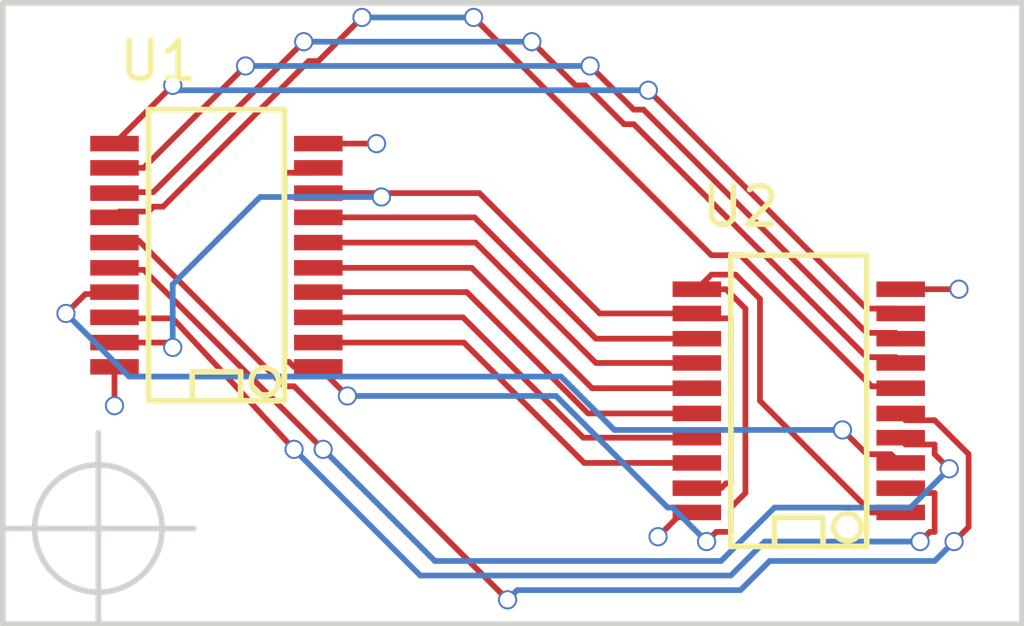
<source format=kicad_pcb>
(kicad_pcb (version 4) (host pcbnew 0.201512080931+6353~38~ubuntu14.04.1-stable)

  (general
    (links 22)
    (no_connects 0)
    (area 128.956999 90.662999 155.777001 107.263001)
    (thickness 1.6)
    (drawings 5)
    (tracks 180)
    (zones 0)
    (modules 2)
    (nets 19)
  )

  (page A4)
  (title_block
    (title test4)
  )

  (layers
    (0 F.Cu signal)
    (1 In1.Cu power)
    (2 In2.Cu power)
    (31 B.Cu signal)
    (32 B.Adhes user)
    (33 F.Adhes user)
    (34 B.Paste user)
    (35 F.Paste user)
    (36 B.SilkS user)
    (37 F.SilkS user)
    (38 B.Mask user)
    (39 F.Mask user)
    (40 Dwgs.User user)
    (41 Cmts.User user)
    (42 Eco1.User user)
    (43 Eco2.User user)
    (44 Edge.Cuts user)
    (45 Margin user)
    (46 B.CrtYd user)
    (47 F.CrtYd user)
    (48 B.Fab user)
    (49 F.Fab user)
  )

  (setup
    (last_trace_width 0.15)
    (trace_clearance 0.15)
    (zone_clearance 0.508)
    (zone_45_only yes)
    (trace_min 0.15)
    (segment_width 0.2)
    (edge_width 0.15)
    (via_size 0.5)
    (via_drill 0.4)
    (via_min_size 0.4)
    (via_min_drill 0.3)
    (uvia_size 0.3)
    (uvia_drill 0.1)
    (uvias_allowed no)
    (uvia_min_size 0.2)
    (uvia_min_drill 0.1)
    (pcb_text_width 0.3)
    (pcb_text_size 1.5 1.5)
    (mod_edge_width 0.15)
    (mod_text_size 1 1)
    (mod_text_width 0.15)
    (pad_size 1.524 1.524)
    (pad_drill 0.762)
    (pad_to_mask_clearance 0.2)
    (aux_axis_origin 129.032 107.188)
    (grid_origin 129.032 107.188)
    (visible_elements FFFFFF7F)
    (pcbplotparams
      (layerselection 0x010f0_80000007)
      (usegerberextensions false)
      (excludeedgelayer true)
      (linewidth 0.100000)
      (plotframeref false)
      (viasonmask false)
      (mode 1)
      (useauxorigin true)
      (hpglpennumber 1)
      (hpglpenspeed 20)
      (hpglpendiameter 15)
      (hpglpenoverlay 2)
      (psnegative false)
      (psa4output false)
      (plotreference true)
      (plotvalue true)
      (plotinvisibletext false)
      (padsonsilk false)
      (subtractmaskfromsilk false)
      (outputformat 1)
      (mirror false)
      (drillshape 0)
      (scaleselection 1)
      (outputdirectory gerber/))
  )

  (net 0 "")
  (net 1 "Net-(U1-Pad1)")
  (net 2 "Net-(U1-Pad2)")
  (net 3 "Net-(U1-Pad3)")
  (net 4 "Net-(U1-Pad4)")
  (net 5 "Net-(U1-Pad5)")
  (net 6 "Net-(U1-Pad6)")
  (net 7 "Net-(U1-Pad7)")
  (net 8 "Net-(U1-Pad19)")
  (net 9 GND)
  (net 10 "Net-(U1-Pad11)")
  (net 11 "Net-(U1-Pad12)")
  (net 12 "Net-(U1-Pad13)")
  (net 13 "Net-(U1-Pad14)")
  (net 14 "Net-(U1-Pad15)")
  (net 15 "Net-(U1-Pad16)")
  (net 16 "Net-(U1-Pad17)")
  (net 17 "Net-(U1-Pad18)")
  (net 18 +3V3)

  (net_class Default "This is the default net class."
    (clearance 0.15)
    (trace_width 0.15)
    (via_dia 0.5)
    (via_drill 0.4)
    (uvia_dia 0.3)
    (uvia_drill 0.1)
    (add_net +3V3)
    (add_net GND)
    (add_net "Net-(U1-Pad1)")
    (add_net "Net-(U1-Pad11)")
    (add_net "Net-(U1-Pad12)")
    (add_net "Net-(U1-Pad13)")
    (add_net "Net-(U1-Pad14)")
    (add_net "Net-(U1-Pad15)")
    (add_net "Net-(U1-Pad16)")
    (add_net "Net-(U1-Pad17)")
    (add_net "Net-(U1-Pad18)")
    (add_net "Net-(U1-Pad19)")
    (add_net "Net-(U1-Pad2)")
    (add_net "Net-(U1-Pad3)")
    (add_net "Net-(U1-Pad4)")
    (add_net "Net-(U1-Pad5)")
    (add_net "Net-(U1-Pad6)")
    (add_net "Net-(U1-Pad7)")
  )

  (module SMD_Packages:SSOP-20 (layer F.Cu) (tedit 566C5DF4) (tstamp 566C5DD9)
    (at 134.62 97.536 90)
    (descr "SSOP 20 pins")
    (tags "CMS SSOP SMD")
    (path /566C5DFE)
    (attr smd)
    (fp_text reference U1 (at 5.08 -1.524 180) (layer F.SilkS)
      (effects (font (size 1 1) (thickness 0.15)))
    )
    (fp_text value 74LS245 (at 0 0.635 90) (layer F.Fab)
      (effects (font (size 1 1) (thickness 0.15)))
    )
    (fp_line (start 3.81 -1.778) (end -3.81 -1.778) (layer F.SilkS) (width 0.15))
    (fp_line (start -3.81 1.778) (end 3.81 1.778) (layer F.SilkS) (width 0.15))
    (fp_line (start 3.81 -1.778) (end 3.81 1.778) (layer F.SilkS) (width 0.15))
    (fp_line (start -3.81 1.778) (end -3.81 -1.778) (layer F.SilkS) (width 0.15))
    (fp_circle (center -3.302 1.27) (end -3.556 1.016) (layer F.SilkS) (width 0.15))
    (fp_line (start -3.81 -0.635) (end -3.048 -0.635) (layer F.SilkS) (width 0.15))
    (fp_line (start -3.048 -0.635) (end -3.048 0.635) (layer F.SilkS) (width 0.15))
    (fp_line (start -3.048 0.635) (end -3.81 0.635) (layer F.SilkS) (width 0.15))
    (pad 1 smd rect (at -2.921 2.667 90) (size 0.4064 1.27) (layers F.Cu F.Paste F.Mask)
      (net 1 "Net-(U1-Pad1)"))
    (pad 2 smd rect (at -2.286 2.667 90) (size 0.4064 1.27) (layers F.Cu F.Paste F.Mask)
      (net 2 "Net-(U1-Pad2)"))
    (pad 3 smd rect (at -1.6256 2.667 90) (size 0.4064 1.27) (layers F.Cu F.Paste F.Mask)
      (net 3 "Net-(U1-Pad3)"))
    (pad 4 smd rect (at -0.9652 2.667 90) (size 0.4064 1.27) (layers F.Cu F.Paste F.Mask)
      (net 4 "Net-(U1-Pad4)"))
    (pad 5 smd rect (at -0.3302 2.667 90) (size 0.4064 1.27) (layers F.Cu F.Paste F.Mask)
      (net 5 "Net-(U1-Pad5)"))
    (pad 6 smd rect (at 0.3302 2.667 90) (size 0.4064 1.27) (layers F.Cu F.Paste F.Mask)
      (net 6 "Net-(U1-Pad6)"))
    (pad 7 smd rect (at 0.9906 2.667 90) (size 0.4064 1.27) (layers F.Cu F.Paste F.Mask)
      (net 7 "Net-(U1-Pad7)"))
    (pad 8 smd rect (at 1.6256 2.667 90) (size 0.4064 1.27) (layers F.Cu F.Paste F.Mask)
      (net 8 "Net-(U1-Pad19)"))
    (pad 9 smd rect (at 2.286 2.667 90) (size 0.4064 1.27) (layers F.Cu F.Paste F.Mask)
      (net 1 "Net-(U1-Pad1)"))
    (pad 10 smd rect (at 2.921 2.667 90) (size 0.4064 1.27) (layers F.Cu F.Paste F.Mask)
      (net 9 GND))
    (pad 11 smd rect (at 2.921 -2.667 90) (size 0.4064 1.27) (layers F.Cu F.Paste F.Mask)
      (net 10 "Net-(U1-Pad11)"))
    (pad 12 smd rect (at 2.286 -2.667 90) (size 0.4064 1.27) (layers F.Cu F.Paste F.Mask)
      (net 11 "Net-(U1-Pad12)"))
    (pad 13 smd rect (at 1.6256 -2.667 90) (size 0.4064 1.27) (layers F.Cu F.Paste F.Mask)
      (net 12 "Net-(U1-Pad13)"))
    (pad 14 smd rect (at 0.9906 -2.667 90) (size 0.4064 1.27) (layers F.Cu F.Paste F.Mask)
      (net 13 "Net-(U1-Pad14)"))
    (pad 15 smd rect (at 0.3302 -2.667 90) (size 0.4064 1.27) (layers F.Cu F.Paste F.Mask)
      (net 14 "Net-(U1-Pad15)"))
    (pad 16 smd rect (at -0.3302 -2.667 90) (size 0.4064 1.27) (layers F.Cu F.Paste F.Mask)
      (net 15 "Net-(U1-Pad16)"))
    (pad 17 smd rect (at -0.9652 -2.667 90) (size 0.4064 1.27) (layers F.Cu F.Paste F.Mask)
      (net 16 "Net-(U1-Pad17)"))
    (pad 18 smd rect (at -1.6256 -2.667 90) (size 0.4064 1.27) (layers F.Cu F.Paste F.Mask)
      (net 17 "Net-(U1-Pad18)"))
    (pad 19 smd rect (at -2.286 -2.667 90) (size 0.4064 1.27) (layers F.Cu F.Paste F.Mask)
      (net 8 "Net-(U1-Pad19)"))
    (pad 20 smd rect (at -2.921 -2.667 90) (size 0.4064 1.27) (layers F.Cu F.Paste F.Mask)
      (net 18 +3V3))
    (model SMD_Packages.3dshapes/SSOP-20.wrl
      (at (xyz 0 0 0))
      (scale (xyz 0.255 0.33 0.3))
      (rotate (xyz 0 0 0))
    )
  )

  (module SMD_Packages:SSOP-20 (layer F.Cu) (tedit 566C5DFA) (tstamp 566C5DF1)
    (at 149.86 101.346 90)
    (descr "SSOP 20 pins")
    (tags "CMS SSOP SMD")
    (path /566C5F05)
    (attr smd)
    (fp_text reference U2 (at 5.08 -1.524 180) (layer F.SilkS)
      (effects (font (size 1 1) (thickness 0.15)))
    )
    (fp_text value 74LS245 (at 0 0.635 90) (layer F.Fab)
      (effects (font (size 1 1) (thickness 0.15)))
    )
    (fp_line (start 3.81 -1.778) (end -3.81 -1.778) (layer F.SilkS) (width 0.15))
    (fp_line (start -3.81 1.778) (end 3.81 1.778) (layer F.SilkS) (width 0.15))
    (fp_line (start 3.81 -1.778) (end 3.81 1.778) (layer F.SilkS) (width 0.15))
    (fp_line (start -3.81 1.778) (end -3.81 -1.778) (layer F.SilkS) (width 0.15))
    (fp_circle (center -3.302 1.27) (end -3.556 1.016) (layer F.SilkS) (width 0.15))
    (fp_line (start -3.81 -0.635) (end -3.048 -0.635) (layer F.SilkS) (width 0.15))
    (fp_line (start -3.048 -0.635) (end -3.048 0.635) (layer F.SilkS) (width 0.15))
    (fp_line (start -3.048 0.635) (end -3.81 0.635) (layer F.SilkS) (width 0.15))
    (pad 1 smd rect (at -2.921 2.667 90) (size 0.4064 1.27) (layers F.Cu F.Paste F.Mask)
      (net 1 "Net-(U1-Pad1)"))
    (pad 2 smd rect (at -2.286 2.667 90) (size 0.4064 1.27) (layers F.Cu F.Paste F.Mask)
      (net 17 "Net-(U1-Pad18)"))
    (pad 3 smd rect (at -1.6256 2.667 90) (size 0.4064 1.27) (layers F.Cu F.Paste F.Mask)
      (net 16 "Net-(U1-Pad17)"))
    (pad 4 smd rect (at -0.9652 2.667 90) (size 0.4064 1.27) (layers F.Cu F.Paste F.Mask)
      (net 15 "Net-(U1-Pad16)"))
    (pad 5 smd rect (at -0.3302 2.667 90) (size 0.4064 1.27) (layers F.Cu F.Paste F.Mask)
      (net 14 "Net-(U1-Pad15)"))
    (pad 6 smd rect (at 0.3302 2.667 90) (size 0.4064 1.27) (layers F.Cu F.Paste F.Mask)
      (net 13 "Net-(U1-Pad14)"))
    (pad 7 smd rect (at 0.9906 2.667 90) (size 0.4064 1.27) (layers F.Cu F.Paste F.Mask)
      (net 12 "Net-(U1-Pad13)"))
    (pad 8 smd rect (at 1.6256 2.667 90) (size 0.4064 1.27) (layers F.Cu F.Paste F.Mask)
      (net 11 "Net-(U1-Pad12)"))
    (pad 9 smd rect (at 2.286 2.667 90) (size 0.4064 1.27) (layers F.Cu F.Paste F.Mask)
      (net 10 "Net-(U1-Pad11)"))
    (pad 10 smd rect (at 2.921 2.667 90) (size 0.4064 1.27) (layers F.Cu F.Paste F.Mask)
      (net 9 GND))
    (pad 11 smd rect (at 2.921 -2.667 90) (size 0.4064 1.27) (layers F.Cu F.Paste F.Mask)
      (net 1 "Net-(U1-Pad1)"))
    (pad 12 smd rect (at 2.286 -2.667 90) (size 0.4064 1.27) (layers F.Cu F.Paste F.Mask)
      (net 8 "Net-(U1-Pad19)"))
    (pad 13 smd rect (at 1.6256 -2.667 90) (size 0.4064 1.27) (layers F.Cu F.Paste F.Mask)
      (net 7 "Net-(U1-Pad7)"))
    (pad 14 smd rect (at 0.9906 -2.667 90) (size 0.4064 1.27) (layers F.Cu F.Paste F.Mask)
      (net 6 "Net-(U1-Pad6)"))
    (pad 15 smd rect (at 0.3302 -2.667 90) (size 0.4064 1.27) (layers F.Cu F.Paste F.Mask)
      (net 5 "Net-(U1-Pad5)"))
    (pad 16 smd rect (at -0.3302 -2.667 90) (size 0.4064 1.27) (layers F.Cu F.Paste F.Mask)
      (net 4 "Net-(U1-Pad4)"))
    (pad 17 smd rect (at -0.9652 -2.667 90) (size 0.4064 1.27) (layers F.Cu F.Paste F.Mask)
      (net 3 "Net-(U1-Pad3)"))
    (pad 18 smd rect (at -1.6256 -2.667 90) (size 0.4064 1.27) (layers F.Cu F.Paste F.Mask)
      (net 2 "Net-(U1-Pad2)"))
    (pad 19 smd rect (at -2.286 -2.667 90) (size 0.4064 1.27) (layers F.Cu F.Paste F.Mask)
      (net 8 "Net-(U1-Pad19)"))
    (pad 20 smd rect (at -2.921 -2.667 90) (size 0.4064 1.27) (layers F.Cu F.Paste F.Mask)
      (net 18 +3V3))
    (model SMD_Packages.3dshapes/SSOP-20.wrl
      (at (xyz 0 0 0))
      (scale (xyz 0.255 0.33 0.3))
      (rotate (xyz 0 0 0))
    )
  )

  (target plus (at 131.532 104.688) (size 5) (width 0.15) (layer Edge.Cuts))
  (gr_line (start 155.702 107.188) (end 129.032 107.188) (angle 90) (layer Edge.Cuts) (width 0.15))
  (gr_line (start 155.702 90.932) (end 155.702 107.188) (angle 90) (layer Edge.Cuts) (width 0.15))
  (gr_line (start 129.032 90.932) (end 155.702 90.932) (angle 90) (layer Edge.Cuts) (width 0.15))
  (gr_line (start 129.032 107.188) (end 129.032 90.932) (angle 90) (layer Edge.Cuts) (width 0.15))

  (segment (start 152.527 104.267) (end 151.765 104.267) (width 0.15) (layer F.Cu) (net 1) (status 80010))
  (segment (start 151.765 104.267) (end 148.844 101.346) (width 0.15) (layer F.Cu) (net 1) (status 80000))
  (segment (start 148.844 101.346) (end 148.844 98.679) (width 0.15) (layer F.Cu) (net 1) (status 80000))
  (segment (start 148.844 98.679) (end 148.209 98.044) (width 0.15) (layer F.Cu) (net 1) (status 80000))
  (segment (start 148.209 98.044) (end 147.574 98.044) (width 0.15) (layer F.Cu) (net 1) (status 80000))
  (segment (start 147.574 98.044) (end 147.193 98.425) (width 0.15) (layer F.Cu) (net 1) (status 80020))
  (segment (start 147.193 98.425) (end 147.955 98.425) (width 0.15) (layer F.Cu) (net 1) (status 80010))
  (segment (start 147.955 98.425) (end 148.463 98.933) (width 0.15) (layer F.Cu) (net 1) (status 80000))
  (segment (start 148.463 98.933) (end 148.463 103.759) (width 0.15) (layer F.Cu) (net 1) (status 80000))
  (segment (start 148.463 103.759) (end 148.082 104.14) (width 0.15) (layer F.Cu) (net 1) (status 80000))
  (segment (start 148.082 104.14) (end 148.082 104.775) (width 0.15) (layer F.Cu) (net 1) (status 80000))
  (segment (start 148.082 104.775) (end 147.701 104.775) (width 0.15) (layer F.Cu) (net 1) (status 80000))
  (segment (start 147.701 104.775) (end 147.447 105.029) (width 0.15) (layer F.Cu) (net 1) (status 80000))
  (via (at 147.447 105.029) (size 0.5) (layers F.Cu B.Cu) (net 1) (status 80000))
  (segment (start 147.447 105.029) (end 146.558 104.14) (width 0.15) (layer B.Cu) (net 1) (status 80000))
  (segment (start 146.558 104.14) (end 146.431 104.14) (width 0.15) (layer B.Cu) (net 1) (status 80000))
  (segment (start 146.431 104.14) (end 143.51 101.219) (width 0.15) (layer B.Cu) (net 1) (status 80000))
  (segment (start 143.51 101.219) (end 138.049 101.219) (width 0.15) (layer B.Cu) (net 1) (status 80000))
  (via (at 138.049 101.219) (size 0.5) (layers F.Cu B.Cu) (net 1) (status 80000))
  (segment (start 138.049 101.219) (end 137.287 100.457) (width 0.15) (layer F.Cu) (net 1) (status 80020))
  (segment (start 137.287 100.457) (end 136.652 100.457) (width 0.15) (layer F.Cu) (net 1) (status 80030))
  (segment (start 136.652 100.457) (end 136.525 100.33) (width 0.15) (layer F.Cu) (net 1) (status 80010))
  (segment (start 136.525 100.33) (end 136.398 100.33) (width 0.15) (layer F.Cu) (net 1) (status 80000))
  (segment (start 136.398 100.33) (end 136.398 95.377) (width 0.15) (layer F.Cu) (net 1) (status 80000))
  (segment (start 136.398 95.377) (end 137.16 95.377) (width 0.15) (layer F.Cu) (net 1) (status 80020))
  (segment (start 137.16 95.377) (end 137.287 95.25) (width 0.15) (layer F.Cu) (net 1) (status 80030))
  (segment (start 147.193 102.9716) (end 144.2466 102.9716) (width 0.15) (layer F.Cu) (net 2) (status 10))
  (segment (start 141.097 99.822) (end 137.287 99.822) (width 0.15) (layer F.Cu) (net 2) (tstamp 566C6853) (status 20))
  (segment (start 144.2466 102.9716) (end 141.097 99.822) (width 0.15) (layer F.Cu) (net 2) (tstamp 566C684F))
  (segment (start 147.193 102.3112) (end 144.2212 102.3112) (width 0.15) (layer F.Cu) (net 3) (status 10))
  (segment (start 141.0716 99.1616) (end 137.287 99.1616) (width 0.15) (layer F.Cu) (net 3) (tstamp 566C685A) (status 20))
  (segment (start 144.2212 102.3112) (end 141.0716 99.1616) (width 0.15) (layer F.Cu) (net 3) (tstamp 566C6858))
  (segment (start 147.193 101.6762) (end 144.3482 101.6762) (width 0.15) (layer F.Cu) (net 4) (status 10))
  (segment (start 141.1732 98.5012) (end 137.287 98.5012) (width 0.15) (layer F.Cu) (net 4) (tstamp 566C6863) (status 20))
  (segment (start 144.3482 101.6762) (end 141.1732 98.5012) (width 0.15) (layer F.Cu) (net 4) (tstamp 566C6860))
  (segment (start 147.193 101.0158) (end 144.4498 101.0158) (width 0.15) (layer F.Cu) (net 5) (status 10))
  (segment (start 141.3002 97.8662) (end 137.287 97.8662) (width 0.15) (layer F.Cu) (net 5) (tstamp 566C6869) (status 20))
  (segment (start 144.4498 101.0158) (end 141.3002 97.8662) (width 0.15) (layer F.Cu) (net 5) (tstamp 566C6867))
  (segment (start 147.193 100.3554) (end 144.5514 100.3554) (width 0.15) (layer F.Cu) (net 6) (status 10))
  (segment (start 141.4018 97.2058) (end 137.287 97.2058) (width 0.15) (layer F.Cu) (net 6) (tstamp 566C686F) (status 20))
  (segment (start 144.5514 100.3554) (end 141.4018 97.2058) (width 0.15) (layer F.Cu) (net 6) (tstamp 566C686D))
  (segment (start 147.193 99.7204) (end 144.5514 99.7204) (width 0.15) (layer F.Cu) (net 7) (status 10))
  (segment (start 141.3764 96.5454) (end 137.287 96.5454) (width 0.15) (layer F.Cu) (net 7) (tstamp 566C6875) (status 20))
  (segment (start 144.5514 99.7204) (end 141.3764 96.5454) (width 0.15) (layer F.Cu) (net 7) (tstamp 566C6873))
  (segment (start 137.287 95.9104) (end 138.8364 95.9104) (width 0.15) (layer F.Cu) (net 8) (status 10))
  (segment (start 133.35 99.822) (end 131.953 99.822) (width 0.15) (layer F.Cu) (net 8) (tstamp 566C6A10) (status 20))
  (segment (start 133.477 99.949) (end 133.35 99.822) (width 0.15) (layer F.Cu) (net 8) (tstamp 566C6A0F))
  (via (at 133.477 99.949) (size 0.5) (drill 0.4) (layers F.Cu B.Cu) (net 8))
  (segment (start 133.477 98.298) (end 133.477 99.949) (width 0.15) (layer B.Cu) (net 8) (tstamp 566C6A09))
  (segment (start 135.763 96.012) (end 133.477 98.298) (width 0.15) (layer B.Cu) (net 8) (tstamp 566C6A05))
  (segment (start 138.938 96.012) (end 135.763 96.012) (width 0.15) (layer B.Cu) (net 8) (tstamp 566C6A04))
  (via (at 138.938 96.012) (size 0.5) (drill 0.4) (layers F.Cu B.Cu) (net 8))
  (segment (start 138.8364 95.9104) (end 138.938 96.012) (width 0.15) (layer F.Cu) (net 8) (tstamp 566C6A01))
  (segment (start 147.193 103.632) (end 147.828 103.632) (width 0.15) (layer F.Cu) (net 8) (status 80030))
  (segment (start 147.828 103.632) (end 147.955 103.505) (width 0.15) (layer F.Cu) (net 8) (status 80010))
  (segment (start 147.955 103.505) (end 148.082 103.505) (width 0.15) (layer F.Cu) (net 8) (status 80000))
  (segment (start 148.082 103.505) (end 148.082 99.187) (width 0.15) (layer F.Cu) (net 8) (status 80000))
  (segment (start 148.082 99.187) (end 147.32 99.187) (width 0.15) (layer F.Cu) (net 8) (status 80020))
  (segment (start 147.32 99.187) (end 147.193 99.06) (width 0.15) (layer F.Cu) (net 8) (status 80030))
  (segment (start 147.193 99.06) (end 144.653 99.06) (width 0.15) (layer F.Cu) (net 8) (status 10))
  (segment (start 141.5034 95.9104) (end 137.287 95.9104) (width 0.15) (layer F.Cu) (net 8) (tstamp 566C687B) (status 20))
  (segment (start 144.653 99.06) (end 141.5034 95.9104) (width 0.15) (layer F.Cu) (net 8) (tstamp 566C6879))
  (segment (start 152.527 98.425) (end 154.051 98.425) (width 0.15) (layer F.Cu) (net 9) (status 10))
  (via (at 154.051 98.425) (size 0.5) (drill 0.4) (layers F.Cu B.Cu) (net 9))
  (segment (start 137.287 94.615) (end 138.811 94.615) (width 0.15) (layer F.Cu) (net 9) (status 10))
  (via (at 138.811 94.615) (size 0.5) (drill 0.4) (layers F.Cu B.Cu) (net 9))
  (segment (start 131.953 94.615) (end 133.477 93.091) (width 0.15) (layer F.Cu) (net 10) (status 80010))
  (via (at 133.477 93.091) (size 0.5) (layers F.Cu B.Cu) (net 10) (status 80000))
  (segment (start 133.477 93.091) (end 133.604 93.218) (width 0.15) (layer B.Cu) (net 10) (status 80000))
  (segment (start 133.604 93.218) (end 145.923 93.218) (width 0.15) (layer B.Cu) (net 10) (status 80000))
  (via (at 145.923 93.218) (size 0.5) (layers F.Cu B.Cu) (net 10) (status 80000))
  (segment (start 145.923 93.218) (end 151.638 98.933) (width 0.15) (layer F.Cu) (net 10) (status 80000))
  (segment (start 151.638 98.933) (end 152.4 98.933) (width 0.15) (layer F.Cu) (net 10) (status 80020))
  (segment (start 152.4 98.933) (end 152.527 99.06) (width 0.15) (layer F.Cu) (net 10) (status 80030))
  (segment (start 131.953 95.25) (end 132.715 95.25) (width 0.15) (layer F.Cu) (net 11) (status 80010))
  (segment (start 132.715 95.25) (end 135.382 92.583) (width 0.15) (layer F.Cu) (net 11) (status 80000))
  (via (at 135.382 92.583) (size 0.5) (layers F.Cu B.Cu) (net 11) (status 80000))
  (segment (start 135.382 92.583) (end 144.399 92.583) (width 0.15) (layer B.Cu) (net 11) (status 80000))
  (via (at 144.399 92.583) (size 0.5) (layers F.Cu B.Cu) (net 11) (status 80000))
  (segment (start 144.399 92.583) (end 145.542 93.726) (width 0.15) (layer F.Cu) (net 11) (status 80000))
  (segment (start 145.542 93.726) (end 145.796 93.726) (width 0.15) (layer F.Cu) (net 11) (status 80000))
  (segment (start 145.796 93.726) (end 151.638 99.568) (width 0.15) (layer F.Cu) (net 11) (status 80000))
  (segment (start 151.638 99.568) (end 152.4 99.568) (width 0.15) (layer F.Cu) (net 11) (status 80020))
  (segment (start 152.4 99.568) (end 152.527 99.695) (width 0.15) (layer F.Cu) (net 11) (status 80030))
  (segment (start 152.527 99.695) (end 152.527 99.7204) (width 0.15) (layer F.Cu) (net 11) (tstamp 566C68BA) (status 80030))
  (segment (start 131.953 95.9104) (end 131.953 95.885) (width 0.15) (layer F.Cu) (net 12) (status 80030))
  (segment (start 131.953 95.885) (end 132.969 95.885) (width 0.15) (layer F.Cu) (net 12) (status 80010))
  (segment (start 132.969 95.885) (end 136.906 91.948) (width 0.15) (layer F.Cu) (net 12) (status 80000))
  (via (at 136.906 91.948) (size 0.5) (layers F.Cu B.Cu) (net 12) (status 80000))
  (segment (start 136.906 91.948) (end 142.875 91.948) (width 0.15) (layer B.Cu) (net 12) (status 80000))
  (via (at 142.875 91.948) (size 0.5) (layers F.Cu B.Cu) (net 12) (status 80000))
  (segment (start 142.875 91.948) (end 144.018 93.091) (width 0.15) (layer F.Cu) (net 12) (status 80000))
  (segment (start 144.018 93.091) (end 144.272 93.091) (width 0.15) (layer F.Cu) (net 12) (status 80000))
  (segment (start 144.272 93.091) (end 145.288 94.107) (width 0.15) (layer F.Cu) (net 12) (status 80000))
  (segment (start 145.288 94.107) (end 145.542 94.107) (width 0.15) (layer F.Cu) (net 12) (status 80000))
  (segment (start 145.542 94.107) (end 151.638 100.203) (width 0.15) (layer F.Cu) (net 12) (status 80000))
  (segment (start 151.638 100.203) (end 152.4 100.203) (width 0.15) (layer F.Cu) (net 12) (status 80020))
  (segment (start 152.4 100.203) (end 152.527 100.33) (width 0.15) (layer F.Cu) (net 12) (status 80030))
  (segment (start 152.527 100.33) (end 152.527 100.3554) (width 0.15) (layer F.Cu) (net 12) (tstamp 566C68BB) (status 80030))
  (segment (start 152.527 101.0158) (end 152.527 100.965) (width 0.15) (layer F.Cu) (net 13) (status 80030))
  (segment (start 152.527 100.965) (end 151.765 100.965) (width 0.15) (layer F.Cu) (net 13) (status 80010))
  (segment (start 151.765 100.965) (end 148.336 97.536) (width 0.15) (layer F.Cu) (net 13) (status 80000))
  (segment (start 148.336 97.536) (end 147.574 97.536) (width 0.15) (layer F.Cu) (net 13) (status 80000))
  (segment (start 147.574 97.536) (end 141.351 91.313) (width 0.15) (layer F.Cu) (net 13) (status 80000))
  (via (at 141.351 91.313) (size 0.5) (layers F.Cu B.Cu) (net 13) (status 80000))
  (segment (start 141.351 91.313) (end 138.43 91.313) (width 0.15) (layer B.Cu) (net 13) (status 80000))
  (via (at 138.43 91.313) (size 0.5) (layers F.Cu B.Cu) (net 13) (status 80000))
  (segment (start 138.43 91.313) (end 137.287 92.456) (width 0.15) (layer F.Cu) (net 13) (status 80000))
  (segment (start 137.287 92.456) (end 137.033 92.456) (width 0.15) (layer F.Cu) (net 13) (status 80000))
  (segment (start 137.033 92.456) (end 133.223 96.266) (width 0.15) (layer F.Cu) (net 13) (status 80000))
  (segment (start 133.223 96.266) (end 132.969 96.266) (width 0.15) (layer F.Cu) (net 13) (status 80000))
  (segment (start 132.969 96.266) (end 132.842 96.393) (width 0.15) (layer F.Cu) (net 13) (status 80000))
  (segment (start 132.842 96.393) (end 132.08 96.393) (width 0.15) (layer F.Cu) (net 13) (status 80020))
  (segment (start 132.08 96.393) (end 131.953 96.52) (width 0.15) (layer F.Cu) (net 13) (status 80030))
  (segment (start 131.953 96.52) (end 131.953 96.5454) (width 0.15) (layer F.Cu) (net 13) (tstamp 566C68BC) (status 80030))
  (segment (start 131.953 97.2058) (end 131.953 97.155) (width 0.15) (layer F.Cu) (net 14) (status 80030))
  (segment (start 131.953 97.155) (end 132.588 97.155) (width 0.15) (layer F.Cu) (net 14) (status 80030))
  (segment (start 132.588 97.155) (end 136.398 100.965) (width 0.15) (layer F.Cu) (net 14) (status 80010))
  (segment (start 136.398 100.965) (end 136.652 100.965) (width 0.15) (layer F.Cu) (net 14) (status 80000))
  (segment (start 136.652 100.965) (end 142.24 106.553) (width 0.15) (layer F.Cu) (net 14) (status 80000))
  (via (at 142.24 106.553) (size 0.5) (layers F.Cu B.Cu) (net 14) (status 80000))
  (segment (start 142.24 106.553) (end 142.494 106.299) (width 0.15) (layer B.Cu) (net 14) (status 80000))
  (segment (start 142.494 106.299) (end 148.336 106.299) (width 0.15) (layer B.Cu) (net 14) (status 80000))
  (segment (start 148.336 106.299) (end 149.098 105.537) (width 0.15) (layer B.Cu) (net 14) (status 80000))
  (segment (start 149.098 105.537) (end 153.416 105.537) (width 0.15) (layer B.Cu) (net 14) (status 80000))
  (segment (start 153.416 105.537) (end 153.924 105.029) (width 0.15) (layer B.Cu) (net 14) (status 80000))
  (via (at 153.924 105.029) (size 0.5) (layers F.Cu B.Cu) (net 14) (status 80000))
  (segment (start 153.924 105.029) (end 154.305 104.648) (width 0.15) (layer F.Cu) (net 14) (status 80000))
  (segment (start 154.305 104.648) (end 154.305 102.743) (width 0.15) (layer F.Cu) (net 14) (status 80000))
  (segment (start 154.305 102.743) (end 153.416 101.854) (width 0.15) (layer F.Cu) (net 14) (status 80000))
  (segment (start 153.416 101.854) (end 152.654 101.854) (width 0.15) (layer F.Cu) (net 14) (status 80020))
  (segment (start 152.654 101.854) (end 152.527 101.727) (width 0.15) (layer F.Cu) (net 14) (status 80030))
  (segment (start 152.527 101.727) (end 152.527 101.6762) (width 0.15) (layer F.Cu) (net 14) (tstamp 566C68BE) (status 80030))
  (segment (start 131.953 97.8662) (end 131.953 97.917) (width 0.15) (layer F.Cu) (net 15) (status 80030))
  (segment (start 131.953 97.917) (end 132.715 97.917) (width 0.15) (layer F.Cu) (net 15) (status 80010))
  (segment (start 132.715 97.917) (end 137.414 102.616) (width 0.15) (layer F.Cu) (net 15) (status 80000))
  (via (at 137.414 102.616) (size 0.5) (layers F.Cu B.Cu) (net 15) (status 80000))
  (segment (start 137.414 102.616) (end 140.335 105.537) (width 0.15) (layer B.Cu) (net 15) (status 80000))
  (segment (start 140.335 105.537) (end 147.828 105.537) (width 0.15) (layer B.Cu) (net 15) (status 80000))
  (segment (start 147.828 105.537) (end 149.225 104.14) (width 0.15) (layer B.Cu) (net 15) (status 80000))
  (segment (start 149.225 104.14) (end 152.781 104.14) (width 0.15) (layer B.Cu) (net 15) (status 80000))
  (segment (start 152.781 104.14) (end 153.797 103.124) (width 0.15) (layer B.Cu) (net 15) (status 80000))
  (via (at 153.797 103.124) (size 0.5) (layers F.Cu B.Cu) (net 15) (status 80000))
  (segment (start 153.797 103.124) (end 153.416 102.743) (width 0.15) (layer F.Cu) (net 15) (status 80000))
  (segment (start 153.416 102.743) (end 153.416 102.489) (width 0.15) (layer F.Cu) (net 15) (status 80000))
  (segment (start 153.416 102.489) (end 152.654 102.489) (width 0.15) (layer F.Cu) (net 15) (status 80020))
  (segment (start 152.654 102.489) (end 152.527 102.362) (width 0.15) (layer F.Cu) (net 15) (status 80030))
  (segment (start 152.527 102.362) (end 152.527 102.3112) (width 0.15) (layer F.Cu) (net 15) (tstamp 566C68BD) (status 80030))
  (segment (start 131.953 98.5012) (end 131.953 98.552) (width 0.15) (layer F.Cu) (net 16) (status 80030))
  (segment (start 131.953 98.552) (end 131.191 98.552) (width 0.15) (layer F.Cu) (net 16) (status 80010))
  (segment (start 131.191 98.552) (end 130.683 99.06) (width 0.15) (layer F.Cu) (net 16) (status 80000))
  (via (at 130.683 99.06) (size 0.5) (layers F.Cu B.Cu) (net 16) (status 80000))
  (segment (start 130.683 99.06) (end 132.334 100.711) (width 0.15) (layer B.Cu) (net 16) (status 80000))
  (segment (start 132.334 100.711) (end 143.637 100.711) (width 0.15) (layer B.Cu) (net 16) (status 80000))
  (segment (start 143.637 100.711) (end 145.034 102.108) (width 0.15) (layer B.Cu) (net 16) (status 80000))
  (segment (start 145.034 102.108) (end 151.003 102.108) (width 0.15) (layer B.Cu) (net 16) (status 80000))
  (via (at 151.003 102.108) (size 0.5) (layers F.Cu B.Cu) (net 16) (status 80000))
  (segment (start 151.003 102.108) (end 151.638 102.743) (width 0.15) (layer F.Cu) (net 16) (status 80000))
  (segment (start 151.638 102.743) (end 152.273 102.743) (width 0.15) (layer F.Cu) (net 16) (status 80000))
  (segment (start 152.273 102.743) (end 152.527 102.997) (width 0.15) (layer F.Cu) (net 16) (status 80020))
  (segment (start 152.527 102.997) (end 152.527 102.9716) (width 0.15) (layer F.Cu) (net 16) (tstamp 566C68D8) (status 80030))
  (segment (start 131.953 99.1616) (end 131.953 99.187) (width 0.15) (layer F.Cu) (net 17) (status 80030))
  (segment (start 131.953 99.187) (end 133.477 99.187) (width 0.15) (layer F.Cu) (net 17) (status 80010))
  (segment (start 133.477 99.187) (end 136.652 102.616) (width 0.15) (layer F.Cu) (net 17) (status 80000))
  (via (at 136.652 102.616) (size 0.5) (layers F.Cu B.Cu) (net 17) (status 80000))
  (segment (start 136.652 102.616) (end 139.954 105.918) (width 0.15) (layer B.Cu) (net 17) (status 80000))
  (segment (start 139.954 105.918) (end 148.082 105.918) (width 0.15) (layer B.Cu) (net 17) (status 80000))
  (segment (start 148.082 105.918) (end 148.971 105.029) (width 0.15) (layer B.Cu) (net 17) (status 80000))
  (segment (start 148.971 105.029) (end 153.035 105.029) (width 0.15) (layer B.Cu) (net 17) (status 80000))
  (via (at 153.035 105.029) (size 0.5) (layers F.Cu B.Cu) (net 17) (status 80000))
  (segment (start 153.035 105.029) (end 153.289 104.775) (width 0.15) (layer F.Cu) (net 17) (status 80000))
  (segment (start 153.289 104.775) (end 153.416 104.775) (width 0.15) (layer F.Cu) (net 17) (status 80000))
  (segment (start 153.416 104.775) (end 153.416 103.759) (width 0.15) (layer F.Cu) (net 17) (status 80000))
  (segment (start 153.416 103.759) (end 152.654 103.759) (width 0.15) (layer F.Cu) (net 17) (status 80020))
  (segment (start 152.654 103.759) (end 152.527 103.632) (width 0.15) (layer F.Cu) (net 17) (status 80030))
  (segment (start 147.193 104.267) (end 146.812 104.267) (width 0.15) (layer F.Cu) (net 18) (status 30))
  (segment (start 146.812 104.267) (end 146.177 104.902) (width 0.15) (layer F.Cu) (net 18) (tstamp 566C6CE4) (status 10))
  (via (at 146.177 104.902) (size 0.5) (drill 0.4) (layers F.Cu B.Cu) (net 18))
  (segment (start 131.953 100.457) (end 131.953 101.473) (width 0.15) (layer F.Cu) (net 18) (status 10))
  (via (at 131.953 101.473) (size 0.5) (drill 0.4) (layers F.Cu B.Cu) (net 18))

  (zone (net 9) (net_name GND) (layer In1.Cu) (tstamp 566C6B8F) (hatch edge 0.508)
    (connect_pads (clearance 0.508))
    (min_thickness 0.254)
    (fill yes (arc_segments 16) (thermal_gap 0.508) (thermal_bridge_width 0.508))
    (polygon
      (pts
        (xy 129.032 91.059) (xy 129.032 107.188) (xy 155.702 107.188) (xy 155.702 90.932) (xy 129.032 90.932)
        (xy 129.032 91.059)
      )
    )
    (filled_polygon
      (pts
        (xy 136.021154 91.77119) (xy 136.02098 91.970424) (xy 135.883967 91.833171) (xy 135.55881 91.698154) (xy 135.206735 91.697847)
        (xy 134.881343 91.832296) (xy 134.632171 92.081033) (xy 134.497154 92.40619) (xy 134.496847 92.758265) (xy 134.631296 93.083657)
        (xy 134.880033 93.332829) (xy 135.20519 93.467846) (xy 135.557265 93.468153) (xy 135.882657 93.333704) (xy 136.131829 93.084967)
        (xy 136.266846 92.75981) (xy 136.26702 92.560576) (xy 136.404033 92.697829) (xy 136.72919 92.832846) (xy 137.081265 92.833153)
        (xy 137.406657 92.698704) (xy 137.655829 92.449967) (xy 137.790846 92.12481) (xy 137.79102 91.925576) (xy 137.928033 92.062829)
        (xy 138.25319 92.197846) (xy 138.605265 92.198153) (xy 138.930657 92.063704) (xy 139.179829 91.814967) (xy 139.251651 91.642)
        (xy 140.529369 91.642) (xy 140.600296 91.813657) (xy 140.849033 92.062829) (xy 141.17419 92.197846) (xy 141.526265 92.198153)
        (xy 141.851657 92.063704) (xy 141.990019 91.925583) (xy 141.989847 92.123265) (xy 142.124296 92.448657) (xy 142.373033 92.697829)
        (xy 142.69819 92.832846) (xy 143.050265 92.833153) (xy 143.375657 92.698704) (xy 143.514019 92.560583) (xy 143.513847 92.758265)
        (xy 143.648296 93.083657) (xy 143.897033 93.332829) (xy 144.22219 93.467846) (xy 144.574265 93.468153) (xy 144.899657 93.333704)
        (xy 145.038019 93.195583) (xy 145.037847 93.393265) (xy 145.172296 93.718657) (xy 145.421033 93.967829) (xy 145.74619 94.102846)
        (xy 146.098265 94.103153) (xy 146.423657 93.968704) (xy 146.672829 93.719967) (xy 146.807846 93.39481) (xy 146.808153 93.042735)
        (xy 146.673704 92.717343) (xy 146.424967 92.468171) (xy 146.09981 92.333154) (xy 145.747735 92.332847) (xy 145.422343 92.467296)
        (xy 145.283981 92.605417) (xy 145.284153 92.407735) (xy 145.149704 92.082343) (xy 144.900967 91.833171) (xy 144.57581 91.698154)
        (xy 144.223735 91.697847) (xy 143.898343 91.832296) (xy 143.759981 91.970417) (xy 143.760153 91.772735) (xy 143.706134 91.642)
        (xy 154.992 91.642) (xy 154.992 106.478) (xy 143.125066 106.478) (xy 143.125153 106.377735) (xy 142.990704 106.052343)
        (xy 142.741967 105.803171) (xy 142.41681 105.668154) (xy 142.064735 105.667847) (xy 141.739343 105.802296) (xy 141.490171 106.051033)
        (xy 141.355154 106.37619) (xy 141.355065 106.478) (xy 129.742 106.478) (xy 129.742 105.077265) (xy 145.291847 105.077265)
        (xy 145.426296 105.402657) (xy 145.675033 105.651829) (xy 146.00019 105.786846) (xy 146.352265 105.787153) (xy 146.677657 105.652704)
        (xy 146.748516 105.581969) (xy 146.945033 105.778829) (xy 147.27019 105.913846) (xy 147.622265 105.914153) (xy 147.947657 105.779704)
        (xy 148.196829 105.530967) (xy 148.331846 105.20581) (xy 148.331847 105.204265) (xy 152.149847 105.204265) (xy 152.284296 105.529657)
        (xy 152.533033 105.778829) (xy 152.85819 105.913846) (xy 153.210265 105.914153) (xy 153.479761 105.8028) (xy 153.74719 105.913846)
        (xy 154.099265 105.914153) (xy 154.424657 105.779704) (xy 154.673829 105.530967) (xy 154.808846 105.20581) (xy 154.809153 104.853735)
        (xy 154.674704 104.528343) (xy 154.425967 104.279171) (xy 154.10081 104.144154) (xy 153.748735 104.143847) (xy 153.479239 104.2552)
        (xy 153.21181 104.144154) (xy 152.859735 104.143847) (xy 152.534343 104.278296) (xy 152.285171 104.527033) (xy 152.150154 104.85219)
        (xy 152.149847 105.204265) (xy 148.331847 105.204265) (xy 148.332153 104.853735) (xy 148.197704 104.528343) (xy 147.948967 104.279171)
        (xy 147.62381 104.144154) (xy 147.271735 104.143847) (xy 146.946343 104.278296) (xy 146.875484 104.349031) (xy 146.678967 104.152171)
        (xy 146.35381 104.017154) (xy 146.001735 104.016847) (xy 145.676343 104.151296) (xy 145.427171 104.400033) (xy 145.292154 104.72519)
        (xy 145.291847 105.077265) (xy 129.742 105.077265) (xy 129.742 102.791265) (xy 135.766847 102.791265) (xy 135.901296 103.116657)
        (xy 136.150033 103.365829) (xy 136.47519 103.500846) (xy 136.827265 103.501153) (xy 137.033104 103.416102) (xy 137.23719 103.500846)
        (xy 137.589265 103.501153) (xy 137.914657 103.366704) (xy 137.982213 103.299265) (xy 152.911847 103.299265) (xy 153.046296 103.624657)
        (xy 153.295033 103.873829) (xy 153.62019 104.008846) (xy 153.972265 104.009153) (xy 154.297657 103.874704) (xy 154.546829 103.625967)
        (xy 154.681846 103.30081) (xy 154.682153 102.948735) (xy 154.547704 102.623343) (xy 154.298967 102.374171) (xy 153.97381 102.239154)
        (xy 153.621735 102.238847) (xy 153.296343 102.373296) (xy 153.047171 102.622033) (xy 152.912154 102.94719) (xy 152.911847 103.299265)
        (xy 137.982213 103.299265) (xy 138.163829 103.117967) (xy 138.298846 102.79281) (xy 138.299153 102.440735) (xy 138.234088 102.283265)
        (xy 150.117847 102.283265) (xy 150.252296 102.608657) (xy 150.501033 102.857829) (xy 150.82619 102.992846) (xy 151.178265 102.993153)
        (xy 151.503657 102.858704) (xy 151.752829 102.609967) (xy 151.887846 102.28481) (xy 151.888153 101.932735) (xy 151.753704 101.607343)
        (xy 151.504967 101.358171) (xy 151.17981 101.223154) (xy 150.827735 101.222847) (xy 150.502343 101.357296) (xy 150.253171 101.606033)
        (xy 150.118154 101.93119) (xy 150.117847 102.283265) (xy 138.234088 102.283265) (xy 138.164704 102.115343) (xy 138.153472 102.104091)
        (xy 138.224265 102.104153) (xy 138.549657 101.969704) (xy 138.798829 101.720967) (xy 138.933846 101.39581) (xy 138.934153 101.043735)
        (xy 138.799704 100.718343) (xy 138.550967 100.469171) (xy 138.22581 100.334154) (xy 137.873735 100.333847) (xy 137.548343 100.468296)
        (xy 137.299171 100.717033) (xy 137.164154 101.04219) (xy 137.163847 101.394265) (xy 137.298296 101.719657) (xy 137.309528 101.730909)
        (xy 137.238735 101.730847) (xy 137.032896 101.815898) (xy 136.82881 101.731154) (xy 136.476735 101.730847) (xy 136.151343 101.865296)
        (xy 135.902171 102.114033) (xy 135.767154 102.43919) (xy 135.766847 102.791265) (xy 129.742 102.791265) (xy 129.742 101.648265)
        (xy 131.067847 101.648265) (xy 131.202296 101.973657) (xy 131.451033 102.222829) (xy 131.77619 102.357846) (xy 132.128265 102.358153)
        (xy 132.453657 102.223704) (xy 132.702829 101.974967) (xy 132.837846 101.64981) (xy 132.838153 101.297735) (xy 132.703704 100.972343)
        (xy 132.454967 100.723171) (xy 132.12981 100.588154) (xy 131.777735 100.587847) (xy 131.452343 100.722296) (xy 131.203171 100.971033)
        (xy 131.068154 101.29619) (xy 131.067847 101.648265) (xy 129.742 101.648265) (xy 129.742 100.124265) (xy 132.591847 100.124265)
        (xy 132.726296 100.449657) (xy 132.975033 100.698829) (xy 133.30019 100.833846) (xy 133.652265 100.834153) (xy 133.977657 100.699704)
        (xy 134.226829 100.450967) (xy 134.361846 100.12581) (xy 134.362153 99.773735) (xy 134.227704 99.448343) (xy 133.978967 99.199171)
        (xy 133.65381 99.064154) (xy 133.301735 99.063847) (xy 132.976343 99.198296) (xy 132.727171 99.447033) (xy 132.592154 99.77219)
        (xy 132.591847 100.124265) (xy 129.742 100.124265) (xy 129.742 99.235265) (xy 129.797847 99.235265) (xy 129.932296 99.560657)
        (xy 130.181033 99.809829) (xy 130.50619 99.944846) (xy 130.858265 99.945153) (xy 131.183657 99.810704) (xy 131.432829 99.561967)
        (xy 131.567846 99.23681) (xy 131.568153 98.884735) (xy 131.433704 98.559343) (xy 131.184967 98.310171) (xy 130.85981 98.175154)
        (xy 130.507735 98.174847) (xy 130.182343 98.309296) (xy 129.933171 98.558033) (xy 129.798154 98.88319) (xy 129.797847 99.235265)
        (xy 129.742 99.235265) (xy 129.742 96.187265) (xy 138.052847 96.187265) (xy 138.187296 96.512657) (xy 138.436033 96.761829)
        (xy 138.76119 96.896846) (xy 139.113265 96.897153) (xy 139.438657 96.762704) (xy 139.687829 96.513967) (xy 139.822846 96.18881)
        (xy 139.823153 95.836735) (xy 139.688704 95.511343) (xy 139.439967 95.262171) (xy 139.11481 95.127154) (xy 138.762735 95.126847)
        (xy 138.437343 95.261296) (xy 138.188171 95.510033) (xy 138.053154 95.83519) (xy 138.052847 96.187265) (xy 129.742 96.187265)
        (xy 129.742 93.266265) (xy 132.591847 93.266265) (xy 132.726296 93.591657) (xy 132.975033 93.840829) (xy 133.30019 93.975846)
        (xy 133.652265 93.976153) (xy 133.977657 93.841704) (xy 134.226829 93.592967) (xy 134.361846 93.26781) (xy 134.362153 92.915735)
        (xy 134.227704 92.590343) (xy 133.978967 92.341171) (xy 133.65381 92.206154) (xy 133.301735 92.205847) (xy 132.976343 92.340296)
        (xy 132.727171 92.589033) (xy 132.592154 92.91419) (xy 132.591847 93.266265) (xy 129.742 93.266265) (xy 129.742 91.642)
        (xy 136.074798 91.642)
      )
    )
  )
  (zone (net 18) (net_name +3V3) (layer In2.Cu) (tstamp 566C6C2F) (hatch edge 0.508)
    (connect_pads (clearance 0.508))
    (min_thickness 0.254)
    (fill yes (arc_segments 16) (thermal_gap 0.508) (thermal_bridge_width 0.508))
    (polygon
      (pts
        (xy 155.702 107.188) (xy 129.032 107.188) (xy 129.032 90.932) (xy 155.702 90.932) (xy 155.702 107.188)
      )
    )
    (filled_polygon
      (pts
        (xy 136.021154 91.77119) (xy 136.02098 91.970424) (xy 135.883967 91.833171) (xy 135.55881 91.698154) (xy 135.206735 91.697847)
        (xy 134.881343 91.832296) (xy 134.632171 92.081033) (xy 134.497154 92.40619) (xy 134.496847 92.758265) (xy 134.631296 93.083657)
        (xy 134.880033 93.332829) (xy 135.20519 93.467846) (xy 135.557265 93.468153) (xy 135.882657 93.333704) (xy 136.131829 93.084967)
        (xy 136.266846 92.75981) (xy 136.26702 92.560576) (xy 136.404033 92.697829) (xy 136.72919 92.832846) (xy 137.081265 92.833153)
        (xy 137.406657 92.698704) (xy 137.655829 92.449967) (xy 137.790846 92.12481) (xy 137.79102 91.925576) (xy 137.928033 92.062829)
        (xy 138.25319 92.197846) (xy 138.605265 92.198153) (xy 138.930657 92.063704) (xy 139.179829 91.814967) (xy 139.251651 91.642)
        (xy 140.529369 91.642) (xy 140.600296 91.813657) (xy 140.849033 92.062829) (xy 141.17419 92.197846) (xy 141.526265 92.198153)
        (xy 141.851657 92.063704) (xy 141.990019 91.925583) (xy 141.989847 92.123265) (xy 142.124296 92.448657) (xy 142.373033 92.697829)
        (xy 142.69819 92.832846) (xy 143.050265 92.833153) (xy 143.375657 92.698704) (xy 143.514019 92.560583) (xy 143.513847 92.758265)
        (xy 143.648296 93.083657) (xy 143.897033 93.332829) (xy 144.22219 93.467846) (xy 144.574265 93.468153) (xy 144.899657 93.333704)
        (xy 145.038019 93.195583) (xy 145.037847 93.393265) (xy 145.172296 93.718657) (xy 145.421033 93.967829) (xy 145.74619 94.102846)
        (xy 146.098265 94.103153) (xy 146.423657 93.968704) (xy 146.672829 93.719967) (xy 146.807846 93.39481) (xy 146.808153 93.042735)
        (xy 146.673704 92.717343) (xy 146.424967 92.468171) (xy 146.09981 92.333154) (xy 145.747735 92.332847) (xy 145.422343 92.467296)
        (xy 145.283981 92.605417) (xy 145.284153 92.407735) (xy 145.149704 92.082343) (xy 144.900967 91.833171) (xy 144.57581 91.698154)
        (xy 144.223735 91.697847) (xy 143.898343 91.832296) (xy 143.759981 91.970417) (xy 143.760153 91.772735) (xy 143.706134 91.642)
        (xy 154.992 91.642) (xy 154.992 106.478) (xy 143.125066 106.478) (xy 143.125153 106.377735) (xy 142.990704 106.052343)
        (xy 142.741967 105.803171) (xy 142.41681 105.668154) (xy 142.064735 105.667847) (xy 141.739343 105.802296) (xy 141.490171 106.051033)
        (xy 141.355154 106.37619) (xy 141.355065 106.478) (xy 129.742 106.478) (xy 129.742 105.204265) (xy 146.561847 105.204265)
        (xy 146.696296 105.529657) (xy 146.945033 105.778829) (xy 147.27019 105.913846) (xy 147.622265 105.914153) (xy 147.947657 105.779704)
        (xy 148.196829 105.530967) (xy 148.331846 105.20581) (xy 148.331847 105.204265) (xy 152.149847 105.204265) (xy 152.284296 105.529657)
        (xy 152.533033 105.778829) (xy 152.85819 105.913846) (xy 153.210265 105.914153) (xy 153.479761 105.8028) (xy 153.74719 105.913846)
        (xy 154.099265 105.914153) (xy 154.424657 105.779704) (xy 154.673829 105.530967) (xy 154.808846 105.20581) (xy 154.809153 104.853735)
        (xy 154.674704 104.528343) (xy 154.425967 104.279171) (xy 154.10081 104.144154) (xy 153.748735 104.143847) (xy 153.479239 104.2552)
        (xy 153.21181 104.144154) (xy 152.859735 104.143847) (xy 152.534343 104.278296) (xy 152.285171 104.527033) (xy 152.150154 104.85219)
        (xy 152.149847 105.204265) (xy 148.331847 105.204265) (xy 148.332153 104.853735) (xy 148.197704 104.528343) (xy 147.948967 104.279171)
        (xy 147.62381 104.144154) (xy 147.271735 104.143847) (xy 146.946343 104.278296) (xy 146.697171 104.527033) (xy 146.562154 104.85219)
        (xy 146.561847 105.204265) (xy 129.742 105.204265) (xy 129.742 102.791265) (xy 135.766847 102.791265) (xy 135.901296 103.116657)
        (xy 136.150033 103.365829) (xy 136.47519 103.500846) (xy 136.827265 103.501153) (xy 137.033104 103.416102) (xy 137.23719 103.500846)
        (xy 137.589265 103.501153) (xy 137.914657 103.366704) (xy 137.982213 103.299265) (xy 152.911847 103.299265) (xy 153.046296 103.624657)
        (xy 153.295033 103.873829) (xy 153.62019 104.008846) (xy 153.972265 104.009153) (xy 154.297657 103.874704) (xy 154.546829 103.625967)
        (xy 154.681846 103.30081) (xy 154.682153 102.948735) (xy 154.547704 102.623343) (xy 154.298967 102.374171) (xy 153.97381 102.239154)
        (xy 153.621735 102.238847) (xy 153.296343 102.373296) (xy 153.047171 102.622033) (xy 152.912154 102.94719) (xy 152.911847 103.299265)
        (xy 137.982213 103.299265) (xy 138.163829 103.117967) (xy 138.298846 102.79281) (xy 138.299153 102.440735) (xy 138.234088 102.283265)
        (xy 150.117847 102.283265) (xy 150.252296 102.608657) (xy 150.501033 102.857829) (xy 150.82619 102.992846) (xy 151.178265 102.993153)
        (xy 151.503657 102.858704) (xy 151.752829 102.609967) (xy 151.887846 102.28481) (xy 151.888153 101.932735) (xy 151.753704 101.607343)
        (xy 151.504967 101.358171) (xy 151.17981 101.223154) (xy 150.827735 101.222847) (xy 150.502343 101.357296) (xy 150.253171 101.606033)
        (xy 150.118154 101.93119) (xy 150.117847 102.283265) (xy 138.234088 102.283265) (xy 138.164704 102.115343) (xy 138.153472 102.104091)
        (xy 138.224265 102.104153) (xy 138.549657 101.969704) (xy 138.798829 101.720967) (xy 138.933846 101.39581) (xy 138.934153 101.043735)
        (xy 138.799704 100.718343) (xy 138.550967 100.469171) (xy 138.22581 100.334154) (xy 137.873735 100.333847) (xy 137.548343 100.468296)
        (xy 137.299171 100.717033) (xy 137.164154 101.04219) (xy 137.163847 101.394265) (xy 137.298296 101.719657) (xy 137.309528 101.730909)
        (xy 137.238735 101.730847) (xy 137.032896 101.815898) (xy 136.82881 101.731154) (xy 136.476735 101.730847) (xy 136.151343 101.865296)
        (xy 135.902171 102.114033) (xy 135.767154 102.43919) (xy 135.766847 102.791265) (xy 129.742 102.791265) (xy 129.742 100.124265)
        (xy 132.591847 100.124265) (xy 132.726296 100.449657) (xy 132.975033 100.698829) (xy 133.30019 100.833846) (xy 133.652265 100.834153)
        (xy 133.977657 100.699704) (xy 134.226829 100.450967) (xy 134.361846 100.12581) (xy 134.362153 99.773735) (xy 134.227704 99.448343)
        (xy 133.978967 99.199171) (xy 133.65381 99.064154) (xy 133.301735 99.063847) (xy 132.976343 99.198296) (xy 132.727171 99.447033)
        (xy 132.592154 99.77219) (xy 132.591847 100.124265) (xy 129.742 100.124265) (xy 129.742 99.235265) (xy 129.797847 99.235265)
        (xy 129.932296 99.560657) (xy 130.181033 99.809829) (xy 130.50619 99.944846) (xy 130.858265 99.945153) (xy 131.183657 99.810704)
        (xy 131.432829 99.561967) (xy 131.567846 99.23681) (xy 131.568153 98.884735) (xy 131.450613 98.600265) (xy 153.165847 98.600265)
        (xy 153.300296 98.925657) (xy 153.549033 99.174829) (xy 153.87419 99.309846) (xy 154.226265 99.310153) (xy 154.551657 99.175704)
        (xy 154.800829 98.926967) (xy 154.935846 98.60181) (xy 154.936153 98.249735) (xy 154.801704 97.924343) (xy 154.552967 97.675171)
        (xy 154.22781 97.540154) (xy 153.875735 97.539847) (xy 153.550343 97.674296) (xy 153.301171 97.923033) (xy 153.166154 98.24819)
        (xy 153.165847 98.600265) (xy 131.450613 98.600265) (xy 131.433704 98.559343) (xy 131.184967 98.310171) (xy 130.85981 98.175154)
        (xy 130.507735 98.174847) (xy 130.182343 98.309296) (xy 129.933171 98.558033) (xy 129.798154 98.88319) (xy 129.797847 99.235265)
        (xy 129.742 99.235265) (xy 129.742 94.790265) (xy 137.925847 94.790265) (xy 138.060296 95.115657) (xy 138.309033 95.364829)
        (xy 138.326403 95.372042) (xy 138.188171 95.510033) (xy 138.053154 95.83519) (xy 138.052847 96.187265) (xy 138.187296 96.512657)
        (xy 138.436033 96.761829) (xy 138.76119 96.896846) (xy 139.113265 96.897153) (xy 139.438657 96.762704) (xy 139.687829 96.513967)
        (xy 139.822846 96.18881) (xy 139.823153 95.836735) (xy 139.688704 95.511343) (xy 139.439967 95.262171) (xy 139.422597 95.254958)
        (xy 139.560829 95.116967) (xy 139.695846 94.79181) (xy 139.696153 94.439735) (xy 139.561704 94.114343) (xy 139.312967 93.865171)
        (xy 138.98781 93.730154) (xy 138.635735 93.729847) (xy 138.310343 93.864296) (xy 138.061171 94.113033) (xy 137.926154 94.43819)
        (xy 137.925847 94.790265) (xy 129.742 94.790265) (xy 129.742 93.266265) (xy 132.591847 93.266265) (xy 132.726296 93.591657)
        (xy 132.975033 93.840829) (xy 133.30019 93.975846) (xy 133.652265 93.976153) (xy 133.977657 93.841704) (xy 134.226829 93.592967)
        (xy 134.361846 93.26781) (xy 134.362153 92.915735) (xy 134.227704 92.590343) (xy 133.978967 92.341171) (xy 133.65381 92.206154)
        (xy 133.301735 92.205847) (xy 132.976343 92.340296) (xy 132.727171 92.589033) (xy 132.592154 92.91419) (xy 132.591847 93.266265)
        (xy 129.742 93.266265) (xy 129.742 91.642) (xy 136.074798 91.642)
      )
    )
  )
)

</source>
